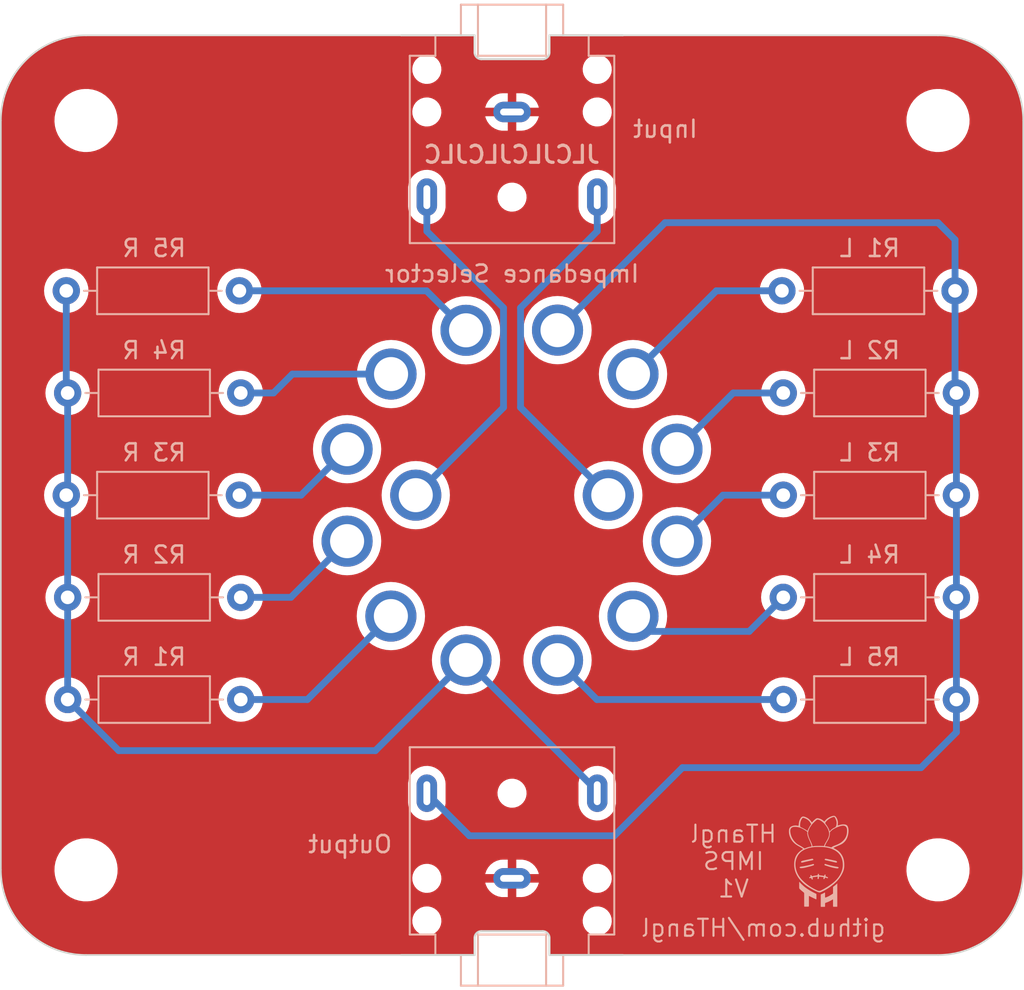
<source format=kicad_pcb>
(kicad_pcb (version 20221018) (generator pcbnew)
  (layers (0 "F.Cu" signal) (31 "B.Cu" signal) (34 "B.Paste" user) (35 "F.Paste" user) (36 "B.SilkS" user "B.Silkscreen") (37 "F.SilkS" user "F.Silkscreen") (38 "B.Mask" user) (39 "F.Mask" user) (44 "Edge.Cuts" user))
  (net 0 "")
  (net 1 "Net-(J1-PadR)")
  (net 2 "GND")
  (net 3 "Net-(J1-PadT)")
  (net 4 "Net-(J2-PadR)")
  (net 5 "Net-(J2-PadT)")
  (net 6 "Net-(R1L1-Pad1)")
  (net 7 "Net-(R1R1-Pad1)")
  (net 8 "Net-(R2L1-Pad1)")
  (net 9 "Net-(R2R1-Pad1)")
  (net 10 "Net-(R3L1-Pad1)")
  (net 11 "Net-(R3R1-Pad1)")
  (net 12 "Net-(R4L1-Pad1)")
  (net 13 "Net-(R4R1-Pad1)")
  (net 14 "Net-(R5L1-Pad1)")
  (net 15 "Net-(R5R1-Pad1)")
  (footprint "MountingHole:MountingHole_3.2mm_M3" (layer "F.Cu") (at 125 78)
    (fp_text reference "REF**" hide)
    (fp_text value "MountingHole_3.2mm_M3" hide)
    (pad "" np_thru_hole circle (at 0 0) (size 3.2 3.2) (drill 3.2) (layers "F&B.Cu" "*.Mask"))
  )
  (footprint "MountingHole:MountingHole_3.2mm_M3" (layer "F.Cu") (at 175 78)
    (fp_text reference "REF**" hide)
    (fp_text value "MountingHole_3.2mm_M3" hide)
    (pad "" np_thru_hole circle (at 0 0) (size 3.2 3.2) (drill 3.2) (layers "F&B.Cu" "*.Mask"))
  )
  (footprint "MountingHole:MountingHole_3.2mm_M3" (layer "F.Cu") (at 125 122)
    (fp_text reference "REF**" hide)
    (fp_text value "MountingHole_3.2mm_M3" hide)
    (pad "" np_thru_hole circle (at 0 0) (size 3.2 3.2) (drill 3.2) (layers "F&B.Cu" "*.Mask"))
  )
  (footprint "MountingHole:MountingHole_3.2mm_M3" (layer "F.Cu") (at 175 122)
    (fp_text reference "REF**" hide)
    (fp_text value "MountingHole_3.2mm_M3" hide)
    (pad "" np_thru_hole circle (at 0 0) (size 3.2 3.2) (drill 3.2) (layers "*.Cu" "*.Mask"))
  )
  (footprint "misc:Rotary_Switch_2P6T" (layer "F.Cu") (at 150 100)
    (fp_text reference "SW1" hide)
    (fp_text value "Impedance Selector" (at 0 -13 unlocked) (layer "B.SilkS") (effects (justify mirror)))
    (pad "1" thru_hole circle (at 2.67 -9.69) (size 3 3) (drill 2) (layers "*.Cu" "*.Mask") (net 5 "Net-(J2-PadT)"))
    (pad "2" thru_hole circle (at 7.1 -7.11) (size 3 3) (drill 2) (layers "*.Cu" "*.Mask") (net 6 "Net-(R1L1-Pad1)"))
    (pad "3" thru_hole circle (at 9.68 -2.7) (size 3 3) (drill 2) (layers "*.Cu" "*.Mask") (net 8 "Net-(R2L1-Pad1)"))
    (pad "4" thru_hole circle (at 9.68 2.7) (size 3 3) (drill 2) (layers "*.Cu" "*.Mask") (net 10 "Net-(R3L1-Pad1)"))
    (pad "5" thru_hole circle (at 7.1 7.11) (size 3 3) (drill 2) (layers "*.Cu" "*.Mask") (net 12 "Net-(R4L1-Pad1)"))
    (pad "6" thru_hole circle (at 2.67 9.69) (size 3 3) (drill 2) (layers "*.Cu" "*.Mask") (net 14 "Net-(R5L1-Pad1)"))
    (pad "7" thru_hole circle (at -2.7 9.68) (size 3 3) (drill 2) (layers "*.Cu" "*.Mask") (net 4 "Net-(J2-PadR)"))
    (pad "8" thru_hole circle (at -7.11 7.1) (size 3 3) (drill 2) (layers "*.Cu" "*.Mask") (net 7 "Net-(R1R1-Pad1)"))
    (pad "9" thru_hole circle (at -9.68 2.7) (size 3 3) (drill 2) (layers "*.Cu" "*.Mask") (net 9 "Net-(R2R1-Pad1)"))
    (pad "10" thru_hole circle (at -9.68 -2.7) (size 3 3) (drill 2) (layers "*.Cu" "*.Mask") (net 11 "Net-(R3R1-Pad1)"))
    (pad "11" thru_hole circle (at -7.1 -7.11) (size 3 3) (drill 2) (layers "*.Cu" "*.Mask") (net 13 "Net-(R4R1-Pad1)"))
    (pad "12" thru_hole circle (at -2.7 -9.68) (size 3 3) (drill 2) (layers "*.Cu" "*.Mask") (net 15 "Net-(R5R1-Pad1)"))
    (pad "13" thru_hole circle (at 5.65 0) (size 3 3) (drill 2) (layers "*.Cu" "*.Mask") (net 3 "Net-(J1-PadT)"))
    (pad "14" thru_hole circle (at -5.65 0) (size 3 3) (drill 2) (layers "*.Cu" "*.Mask") (net 1 "Net-(J1-PadR)"))
  )
  (footprint "Resistor_THT:R_Axial_DIN0207_L6.3mm_D2.5mm_P10.16mm_Horizontal" (layer "B.Cu") (at 176.08 94 180)
    (fp_text reference "R2 L" (at 5.08 2.5) (layer "B.SilkS") (effects (justify mirror)))
    (fp_text value "20" hide)
    (pad "1" thru_hole oval (at 10.16 0 180) (size 1.6 1.6) (drill 0.8) (layers "*.Cu" "*.Mask") (net 8 "Net-(R2L1-Pad1)"))
    (pad "2" thru_hole circle (at 0 0 180) (size 1.6 1.6) (drill 0.8) (layers "*.Cu" "*.Mask") (net 5 "Net-(J2-PadT)"))
  )
  (footprint "Resistor_THT:R_Axial_DIN0207_L6.3mm_D2.5mm_P10.16mm_Horizontal" (layer "B.Cu") (at 176.08 106 180)
    (fp_text reference "R4 L" (at 5.08 2.5) (layer "B.SilkS") (effects (justify mirror)))
    (fp_text value "75" hide)
    (pad "1" thru_hole oval (at 10.16 0 180) (size 1.6 1.6) (drill 0.8) (layers "*.Cu" "*.Mask") (net 12 "Net-(R4L1-Pad1)"))
    (pad "2" thru_hole circle (at 0 0 180) (size 1.6 1.6) (drill 0.8) (layers "*.Cu" "*.Mask") (net 5 "Net-(J2-PadT)"))
  )
  (footprint "Resistor_THT:R_Axial_DIN0207_L6.3mm_D2.5mm_P10.16mm_Horizontal" (layer "B.Cu") (at 134 100 180)
    (fp_text reference "R3 R" (at 5 2.5) (layer "B.SilkS") (effects (justify mirror)))
    (fp_text value "50" hide)
    (pad "1" thru_hole circle (at 0 0 180) (size 1.6 1.6) (drill 0.8) (layers "*.Cu" "*.Mask") (net 11 "Net-(R3R1-Pad1)"))
    (pad "2" thru_hole oval (at 10.16 0 180) (size 1.6 1.6) (drill 0.8) (layers "*.Cu" "*.Mask") (net 4 "Net-(J2-PadR)"))
  )
  (footprint "Connector_Audio:Jack_3.5mm_CUI_SJ1-3523N_Horizontal" (layer "B.Cu") (at 150 122.5 180)
    (fp_text reference "J2" hide)
    (fp_text value "Output" (at 9.5 2) (layer "B.SilkS") (effects (justify mirror)))
    (fp_line (start -2.2 -4.5) (end -6.5 -4.5) (stroke (width 0.12)) (layer "Edge.Cuts"))
    (fp_line (start -2.2 -3.5) (end -2.2 -4.5) (stroke (width 0.12)) (layer "Edge.Cuts"))
    (fp_line (start 1.8 -3.1) (end -1.8 -3.1) (stroke (width 0.12)) (layer "Edge.Cuts"))
    (fp_line (start 2.2 -4.5) (end 6.5 -4.5) (stroke (width 0.12)) (layer "Edge.Cuts"))
    (fp_line (start 2.2 -3.5) (end 2.2 -4.5) (stroke (width 0.12)) (layer "Edge.Cuts"))
    (fp_arc (start -1.8 -3.1) (mid -2.082842 -3.217158) (end -2.2 -3.5) (stroke (width 0.12)) (layer "Edge.Cuts"))
    (fp_arc (start 2.2 -3.5) (mid 2.082843 -3.217157) (end 1.8 -3.1) (stroke (width 0.12)) (layer "Edge.Cuts"))
    (pad "" np_thru_hole circle (at -5 -2.5 180) (size 1.2 1.2) (drill 1.2) (layers "F&B.Cu" "*.Mask"))
    (pad "" np_thru_hole circle (at -5 0 180) (size 1.2 1.2) (drill 1.2) (layers "F&B.Cu" "*.Mask"))
    (pad "" np_thru_hole circle (at 0 5 180) (size 1.2 1.2) (drill 1.2) (layers "F&B.Cu" "*.Mask"))
    (pad "" np_thru_hole circle (at 5 -2.5 180) (size 1.2 1.2) (drill 1.2) (layers "F&B.Cu" "*.Mask"))
    (pad "" np_thru_hole circle (at 5 0 180) (size 1.2 1.2) (drill 1.2) (layers "F&B.Cu" "*.Mask"))
    (pad "R" thru_hole oval (at -5 5 180) (size 1.2 2.2) (drill oval 0.4 1.4) (layers "*.Cu" "*.Mask") (net 4 "Net-(J2-PadR)"))
    (pad "S" thru_hole oval (at 0 0 180) (size 2.2 1.2) (drill oval 1.4 0.4) (layers "*.Cu" "*.Mask") (net 2 "GND"))
    (pad "T" thru_hole oval (at 5 5) (size 1.2 2.2) (drill oval 0.4 1.4) (layers "*.Cu" "*.Mask") (net 5 "Net-(J2-PadT)"))
  )
  (footprint "Resistor_THT:R_Axial_DIN0207_L6.3mm_D2.5mm_P10.16mm_Horizontal" (layer "B.Cu") (at 134.08 94 180)
    (fp_text reference "R4 R" (at 5.08 2.5 -360) (layer "B.SilkS") (effects (justify mirror)))
    (fp_text value "75" hide)
    (pad "1" thru_hole circle (at 0 0 180) (size 1.6 1.6) (drill 0.8) (layers "*.Cu" "*.Mask") (net 13 "Net-(R4R1-Pad1)"))
    (pad "2" thru_hole oval (at 10.16 0 180) (size 1.6 1.6) (drill 0.8) (layers "*.Cu" "*.Mask") (net 4 "Net-(J2-PadR)"))
  )
  (footprint "Connector_Audio:Jack_3.5mm_CUI_SJ1-3523N_Horizontal" (layer "B.Cu") (at 150 77.5)
    (fp_text reference "J1" hide)
    (fp_text value "Input" (at 9 1) (layer "B.SilkS") (effects (justify mirror)))
    (fp_line (start -2.2 -4.5) (end -6.5 -4.5) (stroke (width 0.12)) (layer "Edge.Cuts"))
    (fp_line (start -2.2 -3.5) (end -2.2 -4.5) (stroke (width 0.12)) (layer "Edge.Cuts"))
    (fp_line (start 1.8 -3.1) (end -1.8 -3.1) (stroke (width 0.12)) (layer "Edge.Cuts"))
    (fp_line (start 2.2 -4.5) (end 6.5 -4.5) (stroke (width 0.12)) (layer "Edge.Cuts"))
    (fp_line (start 2.2 -3.5) (end 2.2 -4.5) (stroke (width 0.12)) (layer "Edge.Cuts"))
    (fp_arc (start -1.8 -3.1) (mid -2.082842 -3.217158) (end -2.2 -3.5) (stroke (width 0.12)) (layer "Edge.Cuts"))
    (fp_arc (start 2.2 -3.5) (mid 2.082843 -3.217157) (end 1.8 -3.1) (stroke (width 0.12)) (layer "Edge.Cuts"))
    (pad "" np_thru_hole circle (at -5 -2.5) (size 1.2 1.2) (drill 1.2) (layers "F&B.Cu" "*.Mask"))
    (pad "" np_thru_hole circle (at -5 0) (size 1.2 1.2) (drill 1.2) (layers "F&B.Cu" "*.Mask"))
    (pad "" np_thru_hole circle (at 0 5) (size 1.2 1.2) (drill 1.2) (layers "F&B.Cu" "*.Mask"))
    (pad "" np_thru_hole circle (at 5 -2.5) (size 1.2 1.2) (drill 1.2) (layers "F&B.Cu" "*.Mask"))
    (pad "" np_thru_hole circle (at 5 0) (size 1.2 1.2) (drill 1.2) (layers "F&B.Cu" "*.Mask"))
    (pad "R" thru_hole oval (at -5 5) (size 1.2 2.2) (drill oval 0.4 1.4) (layers "*.Cu" "*.Mask") (net 1 "Net-(J1-PadR)"))
    (pad "S" thru_hole oval (at 0 0) (size 2.2 1.2) (drill oval 1.4 0.4) (layers "*.Cu" "*.Mask") (net 2 "GND"))
    (pad "T" thru_hole oval (at 5 5 180) (size 1.2 2.2) (drill oval 0.4 1.4) (layers "*.Cu" "*.Mask") (net 3 "Net-(J1-PadT)"))
  )
  (footprint "Resistor_THT:R_Axial_DIN0207_L6.3mm_D2.5mm_P10.16mm_Horizontal" (layer "B.Cu") (at 134.08 106 180)
    (fp_text reference "R2 R" (at 5.08 2.5) (layer "B.SilkS") (effects (justify mirror)))
    (fp_text value "20" hide)
    (pad "1" thru_hole circle (at 0 0 180) (size 1.6 1.6) (drill 0.8) (layers "*.Cu" "*.Mask") (net 9 "Net-(R2R1-Pad1)"))
    (pad "2" thru_hole oval (at 10.16 0 180) (size 1.6 1.6) (drill 0.8) (layers "*.Cu" "*.Mask") (net 4 "Net-(J2-PadR)"))
  )
  (footprint "htangl:HTurnip_Tiny" (layer "B.Cu") (at 168 121.5 180)
    (fp_text reference "" hide)
    (fp_text value "LOGO" hide)
  )
  (footprint "Resistor_THT:R_Axial_DIN0207_L6.3mm_D2.5mm_P10.16mm_Horizontal" (layer "B.Cu") (at 176 88 180)
    (fp_text reference "R1 L" (at 5 2.5) (layer "B.SilkS") (effects (justify mirror)))
    (fp_text value "10" hide)
    (pad "1" thru_hole oval (at 10.16 0 180) (size 1.6 1.6) (drill 0.8) (layers "*.Cu" "*.Mask") (net 6 "Net-(R1L1-Pad1)"))
    (pad "2" thru_hole circle (at 0 0 180) (size 1.6 1.6) (drill 0.8) (layers "*.Cu" "*.Mask") (net 5 "Net-(J2-PadT)"))
  )
  (footprint "Resistor_THT:R_Axial_DIN0207_L6.3mm_D2.5mm_P10.16mm_Horizontal" (layer "B.Cu") (at 176.08 112 180)
    (fp_text reference "R5 L" (at 5.08 2.5) (layer "B.SilkS") (effects (justify mirror)))
    (fp_text value "100" hide)
    (pad "1" thru_hole oval (at 10.16 0 180) (size 1.6 1.6) (drill 0.8) (layers "*.Cu" "*.Mask") (net 14 "Net-(R5L1-Pad1)"))
    (pad "2" thru_hole circle (at 0 0 180) (size 1.6 1.6) (drill 0.8) (layers "*.Cu" "*.Mask") (net 5 "Net-(J2-PadT)"))
  )
  (footprint "Resistor_THT:R_Axial_DIN0207_L6.3mm_D2.5mm_P10.16mm_Horizontal" (layer "B.Cu") (at 134 88 180)
    (fp_text reference "R5 R" (at 5 2.5) (layer "B.SilkS") (effects (justify mirror)))
    (fp_text value "100" hide)
    (pad "1" thru_hole circle (at 0 0 180) (size 1.6 1.6) (drill 0.8) (layers "*.Cu" "*.Mask") (net 15 "Net-(R5R1-Pad1)"))
    (pad "2" thru_hole oval (at 10.16 0 180) (size 1.6 1.6) (drill 0.8) (layers "*.Cu" "*.Mask") (net 4 "Net-(J2-PadR)"))
  )
  (footprint "Resistor_THT:R_Axial_DIN0207_L6.3mm_D2.5mm_P10.16mm_Horizontal" (layer "B.Cu") (at 176.08 100 180)
    (fp_text reference "R3 L" (at 5.08 2.5) (layer "B.SilkS") (effects (justify mirror)))
    (fp_text value "50" hide)
    (pad "1" thru_hole oval (at 10.16 0 180) (size 1.6 1.6) (drill 0.8) (layers "*.Cu" "*.Mask") (net 10 "Net-(R3L1-Pad1)"))
    (pad "2" thru_hole circle (at 0 0 180) (size 1.6 1.6) (drill 0.8) (layers "*.Cu" "*.Mask") (net 5 "Net-(J2-PadT)"))
  )
  (footprint "Resistor_THT:R_Axial_DIN0207_L6.3mm_D2.5mm_P10.16mm_Horizontal" (layer "B.Cu") (at 134.08 112 180)
    (fp_text reference "R1 R" (at 5.08 2.5) (layer "B.SilkS") (effects (justify mirror)))
    (fp_text value "10" hide)
    (pad "1" thru_hole circle (at 0 0 180) (size 1.6 1.6) (drill 0.8) (layers "*.Cu" "*.Mask") (net 7 "Net-(R1R1-Pad1)"))
    (pad "2" thru_hole oval (at 10.16 0 180) (size 1.6 1.6) (drill 0.8) (layers "*.Cu" "*.Mask") (net 4 "Net-(J2-PadR)"))
  )
  (gr_arc (start 180 122) (mid 178.535534 125.535534) (end 175 127) (stroke (width 0.1)) (layer "Edge.Cuts"))
  (gr_arc (start 120 78) (mid 121.464466 74.464466) (end 125 73) (stroke (width 0.1)) (layer "Edge.Cuts"))
  (gr_line (start 143.5 73) (end 125 73) (stroke (width 0.1)) (layer "Edge.Cuts"))
  (gr_line (start 120 122) (end 120 78) (stroke (width 0.1)) (layer "Edge.Cuts"))
  (gr_line (start 156.5 127) (end 175 127) (stroke (width 0.1)) (layer "Edge.Cuts"))
  (gr_line (start 156.5 73) (end 175 73) (stroke (width 0.1)) (layer "Edge.Cuts"))
  (gr_arc (start 125 127) (mid 121.464466 125.535534) (end 120 122) (stroke (width 0.1)) (layer "Edge.Cuts"))
  (gr_line (start 143.5 127) (end 125 127) (stroke (width 0.1)) (layer "Edge.Cuts"))
  (gr_arc (start 175 73) (mid 178.535534 74.464466) (end 180 78) (stroke (width 0.1)) (layer "Edge.Cuts"))
  (gr_line (start 180 78) (end 180 122) (stroke (width 0.1)) (layer "Edge.Cuts"))
  (gr_text "HTangl\nIMPS\nV1" (at 163 121.5) (layer "B.SilkS") (effects (font (size 1 1) (thickness 0.125)) (justify mirror)))
  (gr_text "github.com/HTangl" (at 172 126) (layer "B.SilkS") (effects (font (size 1 1) (thickness 0.125)) (justify left bottom mirror)))
  (gr_text "JLCJLCJLCJLC" (at 155.25 80) (layer "B.SilkS") (effects (font (size 1 1) (thickness 0.1875)) (justify left mirror)))
  (segment (start 145 82.5) (end 145 84.5) (width 0.4) (layer "B.Cu") (net 1))
  (segment (start 149.5 94.85) (end 144.35 100) (width 0.4) (layer "B.Cu") (net 1))
  (segment (start 149.5 89) (end 149.5 94.85) (width 0.4) (layer "B.Cu") (net 1))
  (segment (start 145 84.5) (end 149.5 89) (width 0.4) (layer "B.Cu") (net 1))
  (segment (start 155 84.5) (end 155 82.5) (width 0.4) (layer "B.Cu") (net 3))
  (segment (start 150.5 89) (end 155 84.5) (width 0.4) (layer "B.Cu") (net 3))
  (segment (start 155.65 100) (end 150.5 94.85) (width 0.4) (layer "B.Cu") (net 3))
  (segment (start 150.5 94.85) (end 150.5 89) (width 0.4) (layer "B.Cu") (net 3))
  (segment (start 123.92 100.08) (end 123.84 100) (width 0.25) (layer "F.Cu") (net 4))
  (segment (start 123.92 99.92) (end 123.84 100) (width 0.25) (layer "F.Cu") (net 4))
  (segment (start 123.92 106) (end 123.92 100.08) (width 0.4) (layer "B.Cu") (net 4))
  (segment (start 147.3 109.68) (end 155 117.38) (width 0.4) (layer "B.Cu") (net 4))
  (segment (start 123.84 88) (end 123.84 93.92) (width 0.4) (layer "B.Cu") (net 4))
  (segment (start 155 117.38) (end 155 117.5) (width 0.4) (layer "B.Cu") (net 4))
  (segment (start 147.3 109.68) (end 141.98 115) (width 0.4) (layer "B.Cu") (net 4))
  (segment (start 126.92 115) (end 123.92 112) (width 0.4) (layer "B.Cu") (net 4))
  (segment (start 141.98 115) (end 126.92 115) (width 0.4) (layer "B.Cu") (net 4))
  (segment (start 123.84 93.92) (end 123.92 94) (width 0.4) (layer "B.Cu") (net 4))
  (segment (start 123.92 112) (end 123.92 106) (width 0.4) (layer "B.Cu") (net 4))
  (segment (start 123.92 94) (end 123.92 99.92) (width 0.4) (layer "B.Cu") (net 4))
  (segment (start 176.08 94) (end 176.08 100) (width 0.4) (layer "B.Cu") (net 5))
  (segment (start 160 116) (end 156 120) (width 0.4) (layer "B.Cu") (net 5))
  (segment (start 176.08 113.92) (end 174 116) (width 0.4) (layer "B.Cu") (net 5))
  (segment (start 176 93.92) (end 176.08 94) (width 0.4) (layer "B.Cu") (net 5))
  (segment (start 176.08 112) (end 176.08 113.92) (width 0.4) (layer "B.Cu") (net 5))
  (segment (start 176.08 100) (end 176.08 106) (width 0.4) (layer "B.Cu") (net 5))
  (segment (start 156 120) (end 147.5 120) (width 0.4) (layer "B.Cu") (net 5))
  (segment (start 176 85) (end 175 84) (width 0.4) (layer "B.Cu") (net 5))
  (segment (start 158.98 84) (end 152.67 90.31) (width 0.4) (layer "B.Cu") (net 5))
  (segment (start 176 88) (end 176 85) (width 0.4) (layer "B.Cu") (net 5))
  (segment (start 175 84) (end 158.98 84) (width 0.4) (layer "B.Cu") (net 5))
  (segment (start 176.08 106) (end 176.08 112) (width 0.4) (layer "B.Cu") (net 5))
  (segment (start 147.5 120) (end 145 117.5) (width 0.4) (layer "B.Cu") (net 5))
  (segment (start 174 116) (end 160 116) (width 0.4) (layer "B.Cu") (net 5))
  (segment (start 176 88) (end 176 93.92) (width 0.4) (layer "B.Cu") (net 5))
  (segment (start 165.84 88) (end 161.99 88) (width 0.4) (layer "B.Cu") (net 6))
  (segment (start 161.99 88) (end 157.1 92.89) (width 0.4) (layer "B.Cu") (net 6))
  (segment (start 134.08 112) (end 137.99 112) (width 0.4) (layer "B.Cu") (net 7))
  (segment (start 137.99 112) (end 142.89 107.1) (width 0.4) (layer "B.Cu") (net 7))
  (segment (start 165.92 94) (end 162.98 94) (width 0.4) (layer "B.Cu") (net 8))
  (segment (start 162.98 94) (end 159.68 97.3) (width 0.4) (layer "B.Cu") (net 8))
  (segment (start 134.08 106) (end 137.02 106) (width 0.4) (layer "B.Cu") (net 9))
  (segment (start 137.02 106) (end 140.32 102.7) (width 0.4) (layer "B.Cu") (net 9))
  (segment (start 162.38 100) (end 159.68 102.7) (width 0.4) (layer "B.Cu") (net 10))
  (segment (start 165.92 100) (end 162.38 100) (width 0.4) (layer "B.Cu") (net 10))
  (segment (start 137.62 100) (end 140.32 97.3) (width 0.4) (layer "B.Cu") (net 11))
  (segment (start 134 100) (end 137.62 100) (width 0.4) (layer "B.Cu") (net 11))
  (segment (start 165.92 106) (end 163.92 108) (width 0.4) (layer "B.Cu") (net 12))
  (segment (start 157.99 108) (end 157.1 107.11) (width 0.4) (layer "B.Cu") (net 12))
  (segment (start 163.92 108) (end 157.99 108) (width 0.4) (layer "B.Cu") (net 12))
  (segment (start 134.08 94) (end 136 94) (width 0.4) (layer "B.Cu") (net 13))
  (segment (start 137.11 92.89) (end 142.9 92.89) (width 0.4) (layer "B.Cu") (net 13))
  (segment (start 136 94) (end 137.11 92.89) (width 0.4) (layer "B.Cu") (net 13))
  (segment (start 165.92 112) (end 154.98 112) (width 0.4) (layer "B.Cu") (net 14))
  (segment (start 154.98 112) (end 152.67 109.69) (width 0.4) (layer "B.Cu") (net 14))
  (segment (start 134 88) (end 144.98 88) (width 0.4) (layer "B.Cu") (net 15))
  (segment (start 144.98 88) (end 147.3 90.32) (width 0.4) (layer "B.Cu") (net 15))
  (zone (net 2) (net_name "GND") (layer "F.Cu") (connect_pads (clearance 0.5)) (min_thickness 0.25) (fill yes (thermal_gap 0.5) (thermal_bridge_width 0.5))
    (polygon (pts (xy 120 73) (xy 180 73) (xy 180 127) (xy 120 127)))
  )
)
</source>
